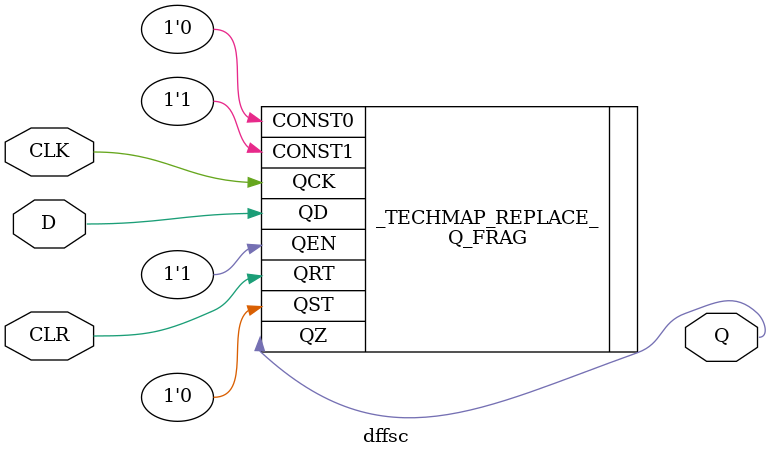
<source format=v>
module dffsc(
  output Q,
  input  D,
  input  CLK,
  input  CLR,
);
  parameter [0:0] INIT = 1'b0;
  Q_FRAG # (
  .Z_QCKS (1'b1)
  )
  _TECHMAP_REPLACE_
  (
  .QCK(CLK),
  .QST(1'b0),
  .QRT(CLR),
  .QEN(1'b1),
  .QD (D),
  .QZ (Q),
  .CONST0 (1'b0),
  .CONST1 (1'b1)
  );
endmodule
</source>
